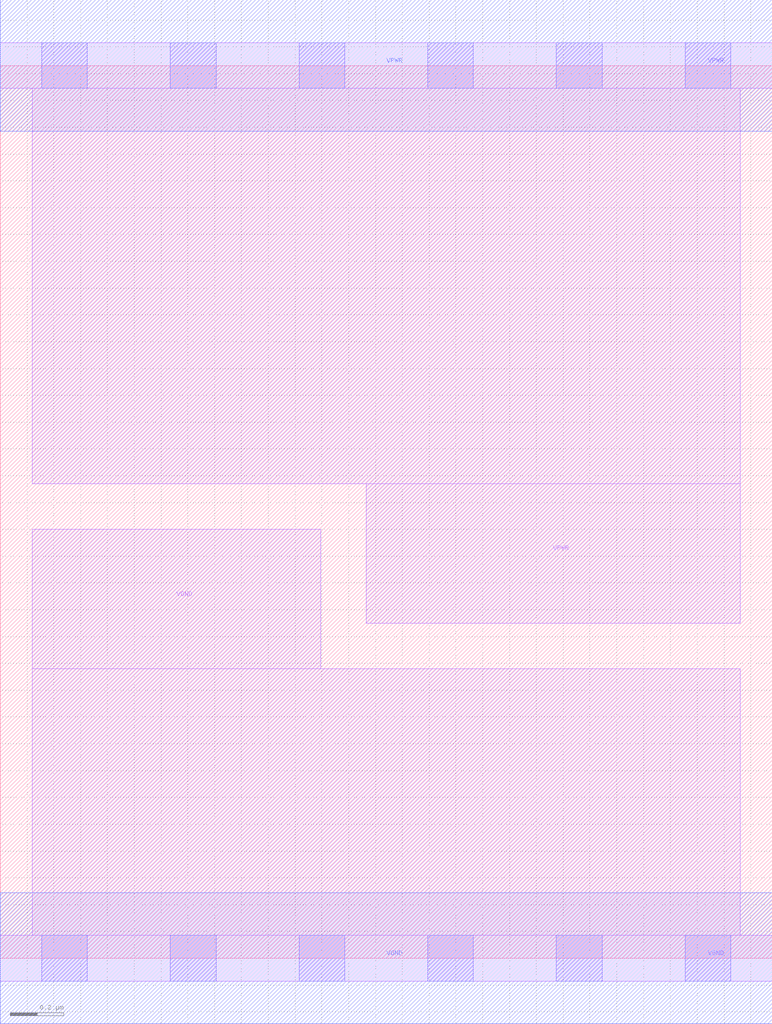
<source format=lef>
# Copyright 2020 The SkyWater PDK Authors
#
# Licensed under the Apache License, Version 2.0 (the "License");
# you may not use this file except in compliance with the License.
# You may obtain a copy of the License at
#
#     https://www.apache.org/licenses/LICENSE-2.0
#
# Unless required by applicable law or agreed to in writing, software
# distributed under the License is distributed on an "AS IS" BASIS,
# WITHOUT WARRANTIES OR CONDITIONS OF ANY KIND, either express or implied.
# See the License for the specific language governing permissions and
# limitations under the License.
#
# SPDX-License-Identifier: Apache-2.0

VERSION 5.7 ;
  NAMESCASESENSITIVE ON ;
  NOWIREEXTENSIONATPIN ON ;
  DIVIDERCHAR "/" ;
  BUSBITCHARS "[]" ;
UNITS
  DATABASE MICRONS 200 ;
END UNITS
MACRO sky130_fd_sc_ls__decaphe_6
  CLASS CORE ;
  SOURCE USER ;
  FOREIGN sky130_fd_sc_ls__decaphe_6 ;
  ORIGIN  0.000000  0.000000 ;
  SIZE  2.880000 BY  3.330000 ;
  SYMMETRY X Y R90 ;
  SITE unit ;
  PIN VGND
    DIRECTION INOUT ;
    SHAPE ABUTMENT ;
    USE GROUND ;
    PORT
      LAYER li1 ;
        RECT 0.000000 -0.085000 2.880000 0.085000 ;
        RECT 0.120000  0.085000 2.760000 1.080000 ;
        RECT 0.120000  1.080000 1.195000 1.600000 ;
      LAYER mcon ;
        RECT 0.155000 -0.085000 0.325000 0.085000 ;
        RECT 0.635000 -0.085000 0.805000 0.085000 ;
        RECT 1.115000 -0.085000 1.285000 0.085000 ;
        RECT 1.595000 -0.085000 1.765000 0.085000 ;
        RECT 2.075000 -0.085000 2.245000 0.085000 ;
        RECT 2.555000 -0.085000 2.725000 0.085000 ;
      LAYER met1 ;
        RECT 0.000000 -0.245000 2.880000 0.245000 ;
    END
  END VGND
  PIN VPWR
    DIRECTION INOUT ;
    SHAPE ABUTMENT ;
    USE POWER ;
    PORT
      LAYER li1 ;
        RECT 0.000000 3.245000 2.880000 3.415000 ;
        RECT 0.120000 1.770000 2.760000 3.245000 ;
        RECT 1.365000 1.250000 2.760000 1.770000 ;
      LAYER mcon ;
        RECT 0.155000 3.245000 0.325000 3.415000 ;
        RECT 0.635000 3.245000 0.805000 3.415000 ;
        RECT 1.115000 3.245000 1.285000 3.415000 ;
        RECT 1.595000 3.245000 1.765000 3.415000 ;
        RECT 2.075000 3.245000 2.245000 3.415000 ;
        RECT 2.555000 3.245000 2.725000 3.415000 ;
      LAYER met1 ;
        RECT 0.000000 3.085000 2.880000 3.575000 ;
    END
  END VPWR
END sky130_fd_sc_ls__decaphe_6

</source>
